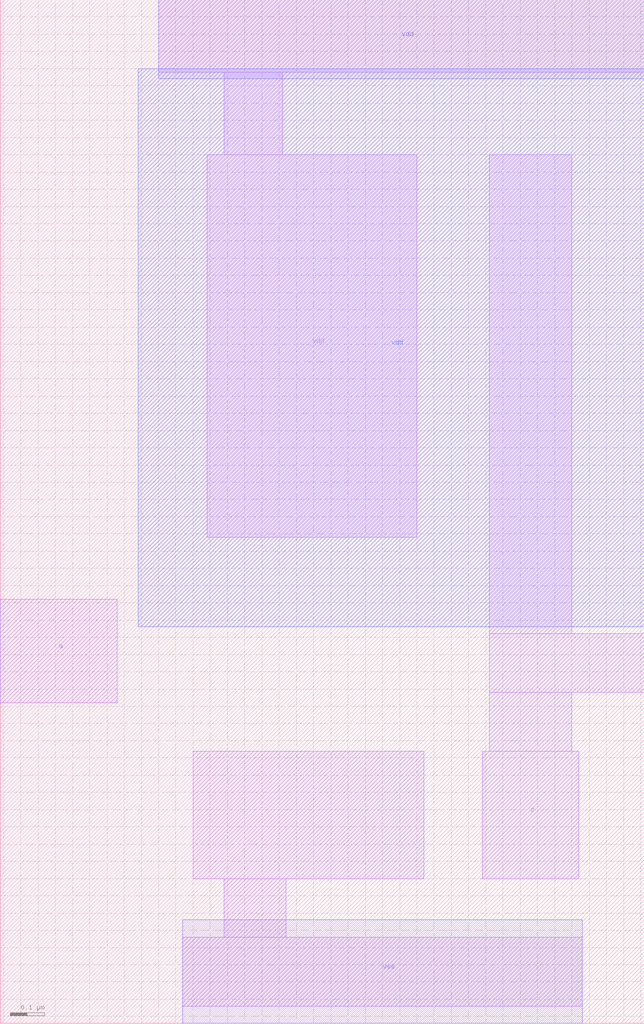
<source format=lef>
VERSION 5.7 ;
  NOWIREEXTENSIONATPIN ON ;
  DIVIDERCHAR "/" ;
  BUSBITCHARS "[]" ;
MACRO InverterCell
  CLASS BLOCK ;
  FOREIGN InverterCell ;
  ORIGIN 1.210 0.170 ;
  SIZE 1.870 BY 2.970 ;
  PIN vdd
    ANTENNADIFFAREA 0.831600 ;
    PORT
      LAYER nwell ;
        RECT -0.810 0.980 0.660 2.600 ;
      LAYER li1 ;
        RECT -0.750 2.590 0.660 2.800 ;
        RECT -0.560 2.350 -0.390 2.590 ;
        RECT -0.610 1.240 0.000 2.350 ;
      LAYER met1 ;
        RECT -0.750 2.570 0.660 2.800 ;
    END
  END vdd
  PIN vss
    ANTENNADIFFAREA 0.298200 ;
    PORT
      LAYER li1 ;
        RECT -0.650 0.250 0.020 0.620 ;
        RECT -0.560 0.080 -0.380 0.250 ;
        RECT -0.680 -0.120 0.480 0.080 ;
      LAYER met1 ;
        RECT -0.680 -0.170 0.480 0.130 ;
    END
  END vss
  PIN a
    ANTENNAGATEAREA 0.252000 ;
    PORT
      LAYER li1 ;
        RECT -1.210 0.760 -0.870 1.060 ;
    END
  END a
  PIN z
    ANTENNADIFFAREA 0.504000 ;
    PORT
      LAYER li1 ;
        RECT 0.210 0.960 0.450 2.350 ;
        RECT 0.210 0.790 0.660 0.960 ;
        RECT 0.210 0.620 0.450 0.790 ;
        RECT 0.190 0.250 0.470 0.620 ;
    END
  END z
END InverterCell
END LIBRARY


</source>
